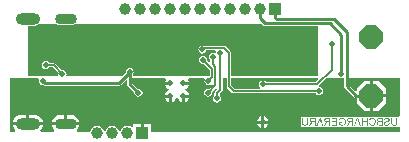
<source format=gbl>
G04*
G04 #@! TF.GenerationSoftware,Altium Limited,Altium Designer,18.1.7 (191)*
G04*
G04 Layer_Physical_Order=2*
G04 Layer_Color=16711680*
%FSLAX25Y25*%
%MOIN*%
G70*
G01*
G75*
%ADD10C,0.00787*%
%ADD11C,0.00984*%
%ADD53C,0.00800*%
%ADD54P,0.08523X8X292.5*%
%ADD55O,0.08071X0.04035*%
%ADD56O,0.07284X0.03642*%
%ADD57R,0.03937X0.03937*%
%ADD58C,0.03937*%
%ADD59C,0.01968*%
G36*
X112779Y50082D02*
X112779Y50082D01*
X113057Y49896D01*
X113386Y49830D01*
X131004D01*
X131004Y32972D01*
X102143D01*
Y40748D01*
X102084Y41041D01*
X101919Y41289D01*
X100281Y42927D01*
X100033Y43092D01*
X99740Y43150D01*
X93093D01*
X93040Y43186D01*
X92520Y43290D01*
X91999Y43186D01*
X91558Y42891D01*
X91263Y42450D01*
X91159Y41929D01*
X91263Y41409D01*
X91558Y40967D01*
X91999Y40672D01*
X92520Y40569D01*
X93040Y40672D01*
X93482Y40967D01*
X93777Y41409D01*
X93819Y41621D01*
X96838D01*
X97161Y41200D01*
X97086Y40824D01*
X96633Y40626D01*
X96485Y40725D01*
X95965Y40829D01*
X95444Y40725D01*
X95003Y40430D01*
X94708Y39989D01*
X94604Y39469D01*
X94708Y38948D01*
X95003Y38507D01*
X95200Y38375D01*
Y37814D01*
X94738Y37623D01*
X94129Y38232D01*
X94175Y38465D01*
X94072Y38985D01*
X93777Y39426D01*
X93336Y39721D01*
X92815Y39825D01*
X92294Y39721D01*
X91853Y39426D01*
X91558Y38985D01*
X91455Y38465D01*
X91558Y37944D01*
X91853Y37503D01*
X92294Y37208D01*
X92815Y37104D01*
X93048Y37150D01*
X95003Y35195D01*
Y32994D01*
X94981Y32972D01*
X69546D01*
X69420Y33162D01*
X69325Y33472D01*
X69564Y33830D01*
X69668Y34350D01*
X69564Y34871D01*
X69269Y35312D01*
X68828Y35607D01*
X68307Y35711D01*
X67787Y35607D01*
X67345Y35312D01*
X67050Y34871D01*
X66947Y34350D01*
X66971Y34229D01*
X65715Y32972D01*
X47584D01*
X47233Y33472D01*
X47282Y33716D01*
X47178Y34237D01*
X46883Y34679D01*
X46442Y34973D01*
X45921Y35077D01*
X45681Y35029D01*
X43505Y37205D01*
X43259Y37370D01*
X42968Y37428D01*
X41496D01*
X41360Y37631D01*
X40918Y37926D01*
X40398Y38030D01*
X39877Y37926D01*
X39436Y37631D01*
X39141Y37190D01*
X39037Y36669D01*
X39141Y36149D01*
X39436Y35707D01*
X39877Y35412D01*
X40398Y35309D01*
X40918Y35412D01*
X41360Y35707D01*
X41496Y35911D01*
X42654D01*
X44609Y33957D01*
X44561Y33716D01*
X44609Y33472D01*
X44258Y32972D01*
X34350D01*
X34350Y49806D01*
X36380D01*
X37304Y49990D01*
X37760Y50295D01*
X44114D01*
X44293Y50176D01*
X45140Y50007D01*
X48781D01*
X49628Y50176D01*
X49808Y50295D01*
X112565D01*
X112779Y50082D01*
D02*
G37*
G36*
X131232Y31920D02*
X130392Y31080D01*
X113791D01*
X113659Y31277D01*
X113217Y31572D01*
X112697Y31675D01*
X112176Y31572D01*
X111735Y31277D01*
X111440Y30836D01*
X111337Y30315D01*
X111440Y29794D01*
X111735Y29353D01*
X111791Y29316D01*
X111639Y28816D01*
X103270D01*
X102143Y29943D01*
Y32382D01*
X131041D01*
X131232Y31920D01*
D02*
G37*
G36*
X158268Y19602D02*
X157768Y19451D01*
X125421D01*
Y16146D01*
X157768D01*
X157830Y16146D01*
X158268Y15995D01*
Y14567D01*
X75488D01*
Y17142D01*
X73020D01*
Y14173D01*
X72020D01*
Y17142D01*
X69551D01*
Y16138D01*
X69051Y15938D01*
X68424Y16357D01*
X67520Y16537D01*
X66615Y16357D01*
X65848Y15845D01*
X65336Y15078D01*
X65275Y14771D01*
X64765D01*
X64704Y15078D01*
X64191Y15845D01*
X63424Y16357D01*
X62520Y16537D01*
X61615Y16357D01*
X60848Y15845D01*
X60336Y15078D01*
X60275Y14771D01*
X59765D01*
X59704Y15078D01*
X59191Y15845D01*
X58424Y16357D01*
X57520Y16537D01*
X56615Y16357D01*
X55848Y15845D01*
X55336Y15078D01*
X55234Y14567D01*
X50830D01*
X50660Y15067D01*
X50793Y15169D01*
X51245Y15758D01*
X51530Y16445D01*
X51561Y16681D01*
X42360D01*
X42391Y16445D01*
X42676Y15758D01*
X43128Y15169D01*
X43261Y15067D01*
X43091Y14567D01*
X38689D01*
X38614Y14786D01*
X38561Y15067D01*
X39016Y15659D01*
X39320Y16393D01*
X39358Y16681D01*
X29367D01*
X29404Y16393D01*
X29708Y15659D01*
X30163Y15067D01*
X30110Y14786D01*
X30035Y14567D01*
X28543D01*
X28346Y14764D01*
X28346Y32382D01*
X37802D01*
X38086Y31882D01*
X38010Y31496D01*
X38113Y30975D01*
X38408Y30534D01*
X38849Y30239D01*
X39370Y30136D01*
X39492Y30160D01*
X39550Y30101D01*
X39550Y30101D01*
X39829Y29915D01*
X40157Y29850D01*
X40157Y29850D01*
X64665D01*
X64665Y29850D01*
X64994Y29915D01*
X65272Y30101D01*
X66987Y31816D01*
X67449Y31624D01*
Y30512D01*
X67449Y30512D01*
X67514Y30183D01*
X67700Y29905D01*
X69924Y27681D01*
X69899Y27559D01*
X70003Y27038D01*
X70298Y26597D01*
X70739Y26302D01*
X71260Y26199D01*
X71780Y26302D01*
X72222Y26597D01*
X72517Y27038D01*
X72620Y27559D01*
X72517Y28080D01*
X72222Y28521D01*
X71780Y28816D01*
X71260Y28920D01*
X71138Y28895D01*
X69166Y30867D01*
Y32382D01*
X80020D01*
X80287Y31882D01*
X80021Y31483D01*
X79966Y31209D01*
X81890D01*
Y30209D01*
X79966D01*
X80021Y29934D01*
X80459Y29278D01*
X81116Y28840D01*
X81323Y28798D01*
Y28288D01*
X81116Y28247D01*
X80459Y27808D01*
X80021Y27152D01*
X79966Y26878D01*
X81890D01*
Y26378D01*
X82390D01*
Y24454D01*
X82664Y24509D01*
X83320Y24947D01*
X83759Y25604D01*
X83800Y25812D01*
X84310D01*
X84351Y25604D01*
X84790Y24947D01*
X85446Y24509D01*
X85720Y24454D01*
Y26378D01*
X86221D01*
Y26878D01*
X88144D01*
X88090Y27152D01*
X87651Y27808D01*
X86995Y28247D01*
X86787Y28288D01*
Y28798D01*
X86995Y28840D01*
X87651Y29278D01*
X88090Y29934D01*
X88144Y30209D01*
X86221D01*
Y31209D01*
X88144D01*
X88090Y31483D01*
X87823Y31882D01*
X88090Y32382D01*
X93018D01*
X93303Y31882D01*
X93226Y31496D01*
X93330Y30975D01*
X93625Y30534D01*
X94066Y30239D01*
X94587Y30136D01*
X95107Y30239D01*
X95338Y30394D01*
X95883Y30227D01*
X95899Y30213D01*
X95931Y30084D01*
X94721Y28873D01*
X94488Y28920D01*
X93968Y28816D01*
X93526Y28521D01*
X93231Y28080D01*
X93128Y27559D01*
X93231Y27038D01*
X93526Y26597D01*
X93968Y26302D01*
X94488Y26199D01*
X95009Y26302D01*
X95450Y26597D01*
X95745Y27038D01*
X95849Y27559D01*
X95802Y27792D01*
X97015Y29004D01*
X97546Y28828D01*
X97581Y28584D01*
X96802Y27804D01*
X96636Y27556D01*
X96578Y27264D01*
Y26684D01*
X96381Y26553D01*
X96086Y26111D01*
X95982Y25591D01*
X96086Y25070D01*
X96381Y24629D01*
X96822Y24334D01*
X97342Y24230D01*
X97863Y24334D01*
X98304Y24629D01*
X98599Y25070D01*
X98703Y25591D01*
X98599Y26111D01*
X98304Y26553D01*
X98281Y27121D01*
X99069Y27909D01*
X99069Y27909D01*
X99235Y28157D01*
X99293Y28450D01*
X99293Y28450D01*
Y32382D01*
X100613D01*
Y29626D01*
X100672Y29333D01*
X100837Y29085D01*
X102412Y27510D01*
X102660Y27345D01*
X102953Y27286D01*
X102953Y27286D01*
X130304D01*
X130436Y27089D01*
X130877Y26794D01*
X131398Y26691D01*
X131918Y26794D01*
X132360Y27089D01*
X132655Y27531D01*
X132758Y28051D01*
X132655Y28572D01*
X132360Y29013D01*
X131918Y29308D01*
X131543Y29383D01*
X131505Y29434D01*
X131370Y29811D01*
X131364Y29889D01*
X133857Y32382D01*
X139747D01*
Y29670D01*
X139747Y29670D01*
X139813Y29341D01*
X139999Y29063D01*
X143192Y25869D01*
X143192Y25869D01*
X143471Y25683D01*
X143799Y25618D01*
X143980D01*
Y24008D01*
X146449Y21539D01*
X148417D01*
Y26476D01*
Y31413D01*
X146449D01*
X143980Y28945D01*
Y28163D01*
X143518Y27972D01*
X141464Y30025D01*
Y32382D01*
X158268D01*
X158268Y19602D01*
D02*
G37*
G36*
X147693Y16537D02*
X147360D01*
Y17725D01*
X146053D01*
Y16537D01*
X145720D01*
Y19057D01*
X146053D01*
Y18022D01*
X147360D01*
Y19057D01*
X147693D01*
Y16537D01*
D02*
G37*
G36*
X157480Y17602D02*
Y17528D01*
X157475Y17460D01*
X157472Y17394D01*
X157464Y17334D01*
X157458Y17277D01*
X157450Y17225D01*
X157442Y17179D01*
X157431Y17135D01*
X157423Y17097D01*
X157415Y17064D01*
X157407Y17034D01*
X157398Y17012D01*
X157393Y16993D01*
X157387Y16979D01*
X157385Y16971D01*
Y16969D01*
X157366Y16928D01*
X157344Y16887D01*
X157295Y16816D01*
X157243Y16756D01*
X157188Y16706D01*
X157164Y16685D01*
X157142Y16668D01*
X157120Y16652D01*
X157101Y16638D01*
X157087Y16630D01*
X157076Y16622D01*
X157068Y16619D01*
X157065Y16616D01*
X157022Y16594D01*
X156975Y16578D01*
X156880Y16548D01*
X156781Y16526D01*
X156689Y16513D01*
X156648Y16507D01*
X156607Y16502D01*
X156574Y16499D01*
X156544D01*
X156519Y16496D01*
X156484D01*
X156418Y16499D01*
X156356Y16502D01*
X156296Y16510D01*
X156238Y16518D01*
X156186Y16529D01*
X156137Y16540D01*
X156094Y16554D01*
X156055Y16567D01*
X156017Y16578D01*
X155987Y16592D01*
X155960Y16603D01*
X155938Y16614D01*
X155919Y16622D01*
X155908Y16630D01*
X155900Y16633D01*
X155897Y16635D01*
X155856Y16663D01*
X155818Y16690D01*
X155785Y16720D01*
X155752Y16750D01*
X155725Y16780D01*
X155698Y16813D01*
X155676Y16840D01*
X155657Y16870D01*
X155624Y16919D01*
X155613Y16941D01*
X155602Y16960D01*
X155594Y16977D01*
X155588Y16988D01*
X155586Y16996D01*
Y16998D01*
X155569Y17042D01*
X155556Y17089D01*
X155534Y17187D01*
X155520Y17288D01*
X155509Y17383D01*
X155507Y17430D01*
X155504Y17471D01*
X155501Y17506D01*
X155498Y17539D01*
Y17566D01*
Y17585D01*
Y17596D01*
Y17602D01*
Y19057D01*
X155831D01*
Y17602D01*
X155834Y17517D01*
X155837Y17438D01*
X155845Y17367D01*
X155856Y17302D01*
X155867Y17244D01*
X155880Y17192D01*
X155897Y17146D01*
X155911Y17105D01*
X155924Y17070D01*
X155941Y17040D01*
X155954Y17015D01*
X155965Y16996D01*
X155976Y16982D01*
X155982Y16971D01*
X155987Y16966D01*
X155990Y16963D01*
X156023Y16933D01*
X156058Y16908D01*
X156096Y16887D01*
X156137Y16868D01*
X156181Y16851D01*
X156225Y16838D01*
X156309Y16818D01*
X156350Y16810D01*
X156388Y16805D01*
X156424Y16802D01*
X156454Y16799D01*
X156478Y16796D01*
X156514D01*
X156590Y16799D01*
X156661Y16810D01*
X156724Y16824D01*
X156779Y16838D01*
X156800Y16846D01*
X156820Y16854D01*
X156839Y16859D01*
X156852Y16865D01*
X156863Y16870D01*
X156871Y16876D01*
X156877Y16878D01*
X156880D01*
X156932Y16914D01*
X156975Y16952D01*
X157011Y16990D01*
X157038Y17031D01*
X157060Y17064D01*
X157076Y17094D01*
X157082Y17105D01*
X157085Y17113D01*
X157087Y17116D01*
Y17119D01*
X157098Y17149D01*
X157106Y17184D01*
X157123Y17261D01*
X157134Y17340D01*
X157139Y17419D01*
X157142Y17454D01*
X157144Y17490D01*
Y17520D01*
X157147Y17547D01*
Y17572D01*
Y17588D01*
Y17599D01*
Y17602D01*
Y19057D01*
X157480D01*
Y17602D01*
D02*
G37*
G36*
X127753Y17602D02*
Y17528D01*
X127748Y17460D01*
X127745Y17394D01*
X127737Y17334D01*
X127732Y17277D01*
X127723Y17225D01*
X127715Y17179D01*
X127704Y17135D01*
X127696Y17097D01*
X127688Y17064D01*
X127680Y17034D01*
X127671Y17012D01*
X127666Y16993D01*
X127661Y16979D01*
X127658Y16971D01*
Y16969D01*
X127639Y16928D01*
X127617Y16887D01*
X127568Y16816D01*
X127516Y16756D01*
X127461Y16706D01*
X127437Y16685D01*
X127415Y16668D01*
X127393Y16652D01*
X127374Y16638D01*
X127360Y16630D01*
X127349Y16622D01*
X127341Y16619D01*
X127338Y16616D01*
X127295Y16594D01*
X127248Y16578D01*
X127153Y16548D01*
X127055Y16526D01*
X126962Y16513D01*
X126921Y16507D01*
X126880Y16502D01*
X126847Y16499D01*
X126817D01*
X126792Y16496D01*
X126757D01*
X126691Y16499D01*
X126629Y16502D01*
X126568Y16510D01*
X126511Y16518D01*
X126459Y16529D01*
X126410Y16540D01*
X126366Y16554D01*
X126328Y16567D01*
X126290Y16578D01*
X126260Y16592D01*
X126233Y16603D01*
X126211Y16614D01*
X126192Y16622D01*
X126181Y16630D01*
X126173Y16633D01*
X126170Y16635D01*
X126129Y16663D01*
X126091Y16690D01*
X126058Y16720D01*
X126025Y16750D01*
X125998Y16780D01*
X125971Y16813D01*
X125949Y16840D01*
X125930Y16870D01*
X125897Y16919D01*
X125886Y16941D01*
X125875Y16960D01*
X125867Y16977D01*
X125861Y16988D01*
X125859Y16996D01*
Y16998D01*
X125842Y17042D01*
X125829Y17089D01*
X125807Y17187D01*
X125793Y17288D01*
X125782Y17383D01*
X125779Y17430D01*
X125777Y17471D01*
X125774Y17506D01*
X125771Y17539D01*
Y17566D01*
Y17585D01*
Y17596D01*
Y17602D01*
Y19057D01*
X126104D01*
Y17602D01*
X126107Y17517D01*
X126110Y17438D01*
X126118Y17367D01*
X126129Y17301D01*
X126140Y17244D01*
X126154Y17192D01*
X126170Y17146D01*
X126184Y17105D01*
X126197Y17070D01*
X126214Y17040D01*
X126227Y17015D01*
X126238Y16996D01*
X126249Y16982D01*
X126255Y16971D01*
X126260Y16966D01*
X126263Y16963D01*
X126295Y16933D01*
X126331Y16908D01*
X126369Y16887D01*
X126410Y16868D01*
X126454Y16851D01*
X126497Y16837D01*
X126582Y16818D01*
X126623Y16810D01*
X126661Y16805D01*
X126697Y16802D01*
X126727Y16799D01*
X126751Y16796D01*
X126787D01*
X126863Y16799D01*
X126934Y16810D01*
X126997Y16824D01*
X127052Y16837D01*
X127074Y16846D01*
X127093Y16854D01*
X127112Y16859D01*
X127125Y16865D01*
X127136Y16870D01*
X127145Y16876D01*
X127150Y16878D01*
X127153D01*
X127205Y16914D01*
X127248Y16952D01*
X127284Y16990D01*
X127311Y17031D01*
X127333Y17064D01*
X127349Y17094D01*
X127355Y17105D01*
X127357Y17113D01*
X127360Y17116D01*
Y17119D01*
X127371Y17149D01*
X127379Y17184D01*
X127396Y17261D01*
X127407Y17340D01*
X127412Y17419D01*
X127415Y17454D01*
X127418Y17490D01*
Y17520D01*
X127420Y17547D01*
Y17572D01*
Y17588D01*
Y17599D01*
Y17602D01*
Y19057D01*
X127753D01*
Y17602D01*
D02*
G37*
G36*
X139167Y19098D02*
X139236Y19095D01*
X139301Y19087D01*
X139361Y19076D01*
X139421Y19065D01*
X139476Y19051D01*
X139528Y19038D01*
X139574Y19024D01*
X139615Y19008D01*
X139653Y18994D01*
X139686Y18981D01*
X139714Y18970D01*
X139735Y18959D01*
X139752Y18950D01*
X139763Y18948D01*
X139765Y18945D01*
X139817Y18915D01*
X139866Y18880D01*
X139913Y18844D01*
X139954Y18806D01*
X139995Y18765D01*
X140030Y18727D01*
X140063Y18688D01*
X140093Y18650D01*
X140118Y18612D01*
X140142Y18579D01*
X140161Y18549D01*
X140178Y18522D01*
X140189Y18500D01*
X140197Y18484D01*
X140202Y18473D01*
X140205Y18470D01*
X140232Y18410D01*
X140254Y18350D01*
X140276Y18290D01*
X140292Y18230D01*
X140320Y18115D01*
X140330Y18060D01*
X140339Y18009D01*
X140344Y17962D01*
X140350Y17919D01*
X140352Y17880D01*
X140355Y17848D01*
X140358Y17820D01*
Y17801D01*
Y17790D01*
Y17785D01*
X140355Y17717D01*
X140352Y17648D01*
X140344Y17585D01*
X140333Y17523D01*
X140322Y17465D01*
X140309Y17408D01*
X140295Y17356D01*
X140281Y17310D01*
X140268Y17266D01*
X140254Y17228D01*
X140240Y17195D01*
X140229Y17165D01*
X140218Y17143D01*
X140210Y17127D01*
X140208Y17116D01*
X140205Y17113D01*
X140175Y17059D01*
X140139Y17007D01*
X140104Y16960D01*
X140068Y16914D01*
X140030Y16873D01*
X139992Y16838D01*
X139954Y16802D01*
X139918Y16772D01*
X139883Y16745D01*
X139850Y16720D01*
X139820Y16701D01*
X139795Y16685D01*
X139776Y16671D01*
X139760Y16663D01*
X139749Y16657D01*
X139746Y16655D01*
X139689Y16627D01*
X139629Y16603D01*
X139571Y16581D01*
X139514Y16564D01*
X139454Y16548D01*
X139400Y16534D01*
X139345Y16523D01*
X139296Y16515D01*
X139249Y16510D01*
X139206Y16504D01*
X139167Y16502D01*
X139135Y16499D01*
X139107Y16496D01*
X139072D01*
X138971Y16502D01*
X138873Y16513D01*
X138783Y16526D01*
X138742Y16537D01*
X138701Y16545D01*
X138665Y16554D01*
X138635Y16564D01*
X138605Y16573D01*
X138583Y16578D01*
X138561Y16586D01*
X138548Y16589D01*
X138540Y16594D01*
X138537D01*
X138439Y16635D01*
X138346Y16682D01*
X138261Y16731D01*
X138220Y16756D01*
X138185Y16777D01*
X138152Y16799D01*
X138122Y16821D01*
X138095Y16838D01*
X138073Y16854D01*
X138054Y16868D01*
X138040Y16878D01*
X138032Y16884D01*
X138029Y16887D01*
Y17823D01*
X139096D01*
Y17525D01*
X138357D01*
Y17053D01*
X138400Y17018D01*
X138450Y16988D01*
X138501Y16958D01*
X138553Y16930D01*
X138600Y16908D01*
X138619Y16897D01*
X138635Y16889D01*
X138652Y16884D01*
X138662Y16878D01*
X138668Y16876D01*
X138671D01*
X138747Y16848D01*
X138823Y16829D01*
X138894Y16813D01*
X138957Y16805D01*
X138987Y16802D01*
X139012Y16799D01*
X139034Y16796D01*
X139053D01*
X139069Y16794D01*
X139091D01*
X139184Y16799D01*
X139271Y16810D01*
X139350Y16829D01*
X139389Y16838D01*
X139421Y16848D01*
X139451Y16859D01*
X139479Y16868D01*
X139503Y16878D01*
X139525Y16887D01*
X139541Y16892D01*
X139552Y16897D01*
X139561Y16903D01*
X139563D01*
X139604Y16925D01*
X139643Y16949D01*
X139708Y17001D01*
X139765Y17059D01*
X139814Y17113D01*
X139850Y17162D01*
X139866Y17184D01*
X139877Y17200D01*
X139888Y17217D01*
X139894Y17228D01*
X139896Y17236D01*
X139899Y17239D01*
X139937Y17329D01*
X139965Y17424D01*
X139987Y17517D01*
X140000Y17607D01*
X140003Y17648D01*
X140008Y17686D01*
X140011Y17719D01*
Y17749D01*
X140014Y17771D01*
Y17790D01*
Y17801D01*
Y17804D01*
X140008Y17905D01*
X139997Y18000D01*
X139984Y18085D01*
X139976Y18126D01*
X139965Y18161D01*
X139956Y18194D01*
X139948Y18224D01*
X139940Y18249D01*
X139932Y18271D01*
X139926Y18290D01*
X139921Y18301D01*
X139918Y18309D01*
Y18312D01*
X139896Y18361D01*
X139872Y18407D01*
X139845Y18451D01*
X139820Y18486D01*
X139798Y18516D01*
X139779Y18541D01*
X139768Y18555D01*
X139763Y18560D01*
X139722Y18601D01*
X139675Y18636D01*
X139632Y18669D01*
X139588Y18697D01*
X139550Y18718D01*
X139520Y18732D01*
X139509Y18737D01*
X139500Y18743D01*
X139495Y18746D01*
X139492D01*
X139427Y18770D01*
X139361Y18787D01*
X139293Y18800D01*
X139233Y18809D01*
X139203Y18811D01*
X139178Y18814D01*
X139154D01*
X139135Y18817D01*
X139096D01*
X139028Y18814D01*
X138963Y18806D01*
X138905Y18795D01*
X138854Y18784D01*
X138813Y18770D01*
X138794Y18765D01*
X138780Y18759D01*
X138769Y18754D01*
X138761Y18751D01*
X138755Y18748D01*
X138752D01*
X138698Y18721D01*
X138649Y18694D01*
X138608Y18664D01*
X138572Y18636D01*
X138548Y18609D01*
X138529Y18590D01*
X138515Y18576D01*
X138512Y18571D01*
X138482Y18527D01*
X138455Y18478D01*
X138430Y18429D01*
X138409Y18380D01*
X138392Y18336D01*
X138387Y18317D01*
X138381Y18304D01*
X138376Y18290D01*
X138373Y18279D01*
X138370Y18273D01*
Y18271D01*
X138067Y18353D01*
X138095Y18443D01*
X138125Y18525D01*
X138141Y18560D01*
X138157Y18596D01*
X138171Y18626D01*
X138187Y18653D01*
X138201Y18680D01*
X138215Y18702D01*
X138228Y18721D01*
X138236Y18737D01*
X138248Y18748D01*
X138253Y18757D01*
X138256Y18762D01*
X138258Y18765D01*
X138310Y18822D01*
X138365Y18871D01*
X138422Y18912D01*
X138479Y18948D01*
X138529Y18975D01*
X138550Y18986D01*
X138570Y18994D01*
X138583Y19002D01*
X138594Y19008D01*
X138602Y19011D01*
X138605D01*
X138690Y19041D01*
X138774Y19062D01*
X138859Y19079D01*
X138935Y19090D01*
X138971Y19092D01*
X139001Y19095D01*
X139028Y19098D01*
X139053Y19101D01*
X139099D01*
X139167Y19098D01*
D02*
G37*
G36*
X149219D02*
X149279Y19095D01*
X149391Y19076D01*
X149446Y19065D01*
X149495Y19051D01*
X149544Y19038D01*
X149588Y19024D01*
X149626Y19011D01*
X149662Y18997D01*
X149694Y18983D01*
X149719Y18972D01*
X149741Y18961D01*
X149754Y18953D01*
X149765Y18950D01*
X149768Y18948D01*
X149817Y18918D01*
X149866Y18885D01*
X149910Y18849D01*
X149951Y18814D01*
X149989Y18776D01*
X150025Y18740D01*
X150055Y18702D01*
X150085Y18669D01*
X150109Y18634D01*
X150131Y18604D01*
X150150Y18576D01*
X150167Y18552D01*
X150178Y18530D01*
X150186Y18516D01*
X150191Y18506D01*
X150194Y18503D01*
X150221Y18448D01*
X150243Y18388D01*
X150262Y18331D01*
X150281Y18273D01*
X150309Y18156D01*
X150317Y18101D01*
X150325Y18050D01*
X150330Y18000D01*
X150336Y17957D01*
X150339Y17916D01*
X150341Y17880D01*
X150344Y17853D01*
Y17831D01*
Y17820D01*
Y17815D01*
X150341Y17749D01*
X150339Y17684D01*
X150322Y17558D01*
X150314Y17498D01*
X150303Y17444D01*
X150289Y17392D01*
X150279Y17343D01*
X150265Y17299D01*
X150254Y17258D01*
X150243Y17225D01*
X150232Y17195D01*
X150224Y17173D01*
X150218Y17154D01*
X150216Y17143D01*
X150213Y17141D01*
X150186Y17083D01*
X150158Y17029D01*
X150128Y16979D01*
X150096Y16933D01*
X150063Y16889D01*
X150033Y16851D01*
X150000Y16816D01*
X149970Y16783D01*
X149940Y16753D01*
X149913Y16728D01*
X149888Y16709D01*
X149866Y16690D01*
X149850Y16676D01*
X149836Y16668D01*
X149828Y16663D01*
X149825Y16660D01*
X149776Y16630D01*
X149724Y16605D01*
X149670Y16584D01*
X149612Y16564D01*
X149558Y16551D01*
X149503Y16537D01*
X149449Y16526D01*
X149397Y16518D01*
X149348Y16510D01*
X149304Y16504D01*
X149263Y16502D01*
X149230Y16499D01*
X149200Y16496D01*
X149162D01*
X149088Y16499D01*
X149020Y16504D01*
X148954Y16515D01*
X148892Y16529D01*
X148832Y16545D01*
X148777Y16564D01*
X148728Y16584D01*
X148681Y16603D01*
X148638Y16622D01*
X148602Y16641D01*
X148570Y16660D01*
X148545Y16676D01*
X148523Y16690D01*
X148510Y16701D01*
X148499Y16706D01*
X148496Y16709D01*
X148447Y16753D01*
X148400Y16799D01*
X148359Y16848D01*
X148321Y16897D01*
X148286Y16949D01*
X148256Y17004D01*
X148228Y17053D01*
X148204Y17105D01*
X148182Y17151D01*
X148166Y17195D01*
X148149Y17236D01*
X148138Y17269D01*
X148127Y17299D01*
X148122Y17318D01*
X148116Y17332D01*
Y17337D01*
X148450Y17422D01*
X148463Y17364D01*
X148482Y17310D01*
X148501Y17258D01*
X148521Y17211D01*
X148542Y17168D01*
X148564Y17130D01*
X148586Y17094D01*
X148608Y17061D01*
X148630Y17034D01*
X148649Y17009D01*
X148668Y16988D01*
X148681Y16971D01*
X148695Y16958D01*
X148706Y16949D01*
X148712Y16944D01*
X148714Y16941D01*
X148752Y16914D01*
X148791Y16889D01*
X148829Y16868D01*
X148870Y16848D01*
X148911Y16832D01*
X148949Y16818D01*
X149025Y16799D01*
X149058Y16794D01*
X149091Y16788D01*
X149118Y16786D01*
X149143Y16783D01*
X149162Y16780D01*
X149189D01*
X149233Y16783D01*
X149274Y16786D01*
X149353Y16799D01*
X149427Y16818D01*
X149490Y16840D01*
X149517Y16851D01*
X149541Y16859D01*
X149563Y16870D01*
X149582Y16878D01*
X149599Y16887D01*
X149610Y16892D01*
X149615Y16897D01*
X149618D01*
X149653Y16922D01*
X149686Y16947D01*
X149746Y17004D01*
X149795Y17061D01*
X149836Y17121D01*
X149866Y17173D01*
X149880Y17195D01*
X149891Y17217D01*
X149896Y17233D01*
X149902Y17244D01*
X149907Y17252D01*
Y17255D01*
X149937Y17348D01*
X149962Y17444D01*
X149978Y17539D01*
X149984Y17583D01*
X149989Y17626D01*
X149992Y17667D01*
X149995Y17703D01*
X149997Y17736D01*
Y17763D01*
X150000Y17787D01*
Y17804D01*
Y17815D01*
Y17818D01*
X149997Y17910D01*
X149989Y17998D01*
X149976Y18080D01*
X149970Y18118D01*
X149962Y18153D01*
X149954Y18183D01*
X149948Y18213D01*
X149940Y18238D01*
X149935Y18260D01*
X149932Y18276D01*
X149926Y18290D01*
X149924Y18298D01*
Y18301D01*
X149888Y18385D01*
X149847Y18459D01*
X149803Y18522D01*
X149779Y18549D01*
X149757Y18576D01*
X149735Y18598D01*
X149716Y18617D01*
X149697Y18636D01*
X149683Y18650D01*
X149670Y18661D01*
X149659Y18669D01*
X149653Y18672D01*
X149651Y18675D01*
X149612Y18699D01*
X149574Y18721D01*
X149533Y18740D01*
X149492Y18757D01*
X149410Y18781D01*
X149331Y18800D01*
X149299Y18806D01*
X149266Y18809D01*
X149236Y18811D01*
X149211Y18814D01*
X149189Y18817D01*
X149116D01*
X149072Y18811D01*
X148990Y18798D01*
X148919Y18776D01*
X148889Y18765D01*
X148859Y18754D01*
X148832Y18743D01*
X148810Y18732D01*
X148791Y18721D01*
X148774Y18710D01*
X148761Y18702D01*
X148752Y18697D01*
X148747Y18694D01*
X148744Y18691D01*
X148714Y18667D01*
X148684Y18639D01*
X148635Y18576D01*
X148589Y18508D01*
X148553Y18443D01*
X148526Y18383D01*
X148512Y18358D01*
X148504Y18336D01*
X148496Y18317D01*
X148493Y18301D01*
X148488Y18293D01*
Y18290D01*
X148160Y18366D01*
X148182Y18429D01*
X148206Y18489D01*
X148231Y18546D01*
X148261Y18598D01*
X148288Y18647D01*
X148318Y18691D01*
X148348Y18732D01*
X148379Y18768D01*
X148408Y18800D01*
X148433Y18828D01*
X148458Y18852D01*
X148479Y18871D01*
X148496Y18888D01*
X148510Y18899D01*
X148518Y18904D01*
X148521Y18907D01*
X148570Y18942D01*
X148621Y18970D01*
X148673Y18997D01*
X148728Y19019D01*
X148783Y19038D01*
X148834Y19054D01*
X148886Y19065D01*
X148935Y19076D01*
X148982Y19084D01*
X149023Y19090D01*
X149061Y19095D01*
X149094Y19098D01*
X149121Y19101D01*
X149156D01*
X149219Y19098D01*
D02*
G37*
G36*
X152610Y16537D02*
X151652D01*
X151564Y16540D01*
X151485Y16543D01*
X151417Y16551D01*
X151384Y16554D01*
X151357Y16559D01*
X151332Y16562D01*
X151311Y16564D01*
X151291Y16570D01*
X151275Y16573D01*
X151261Y16575D01*
X151253D01*
X151248Y16578D01*
X151245D01*
X151185Y16594D01*
X151130Y16614D01*
X151084Y16635D01*
X151046Y16655D01*
X151013Y16674D01*
X150988Y16687D01*
X150975Y16698D01*
X150969Y16701D01*
X150928Y16736D01*
X150893Y16775D01*
X150860Y16813D01*
X150836Y16851D01*
X150814Y16884D01*
X150797Y16911D01*
X150792Y16922D01*
X150786Y16930D01*
X150784Y16933D01*
Y16936D01*
X150759Y16993D01*
X150740Y17053D01*
X150726Y17108D01*
X150715Y17160D01*
X150710Y17203D01*
Y17220D01*
X150707Y17236D01*
Y17250D01*
Y17258D01*
Y17263D01*
Y17266D01*
Y17307D01*
X150713Y17345D01*
X150726Y17419D01*
X150748Y17484D01*
X150770Y17539D01*
X150781Y17564D01*
X150792Y17585D01*
X150803Y17605D01*
X150814Y17621D01*
X150822Y17632D01*
X150827Y17640D01*
X150830Y17646D01*
X150833Y17648D01*
X150882Y17706D01*
X150939Y17752D01*
X150997Y17793D01*
X151054Y17823D01*
X151103Y17848D01*
X151125Y17856D01*
X151144Y17864D01*
X151160Y17869D01*
X151171Y17875D01*
X151180Y17878D01*
X151182D01*
X151119Y17913D01*
X151067Y17951D01*
X151021Y17989D01*
X150986Y18025D01*
X150956Y18058D01*
X150936Y18082D01*
X150928Y18093D01*
X150923Y18101D01*
X150920Y18104D01*
Y18107D01*
X150890Y18161D01*
X150868Y18213D01*
X150852Y18265D01*
X150841Y18312D01*
X150836Y18353D01*
X150830Y18383D01*
Y18394D01*
Y18402D01*
Y18407D01*
Y18410D01*
X150836Y18475D01*
X150846Y18535D01*
X150863Y18593D01*
X150879Y18642D01*
X150898Y18683D01*
X150907Y18702D01*
X150915Y18716D01*
X150923Y18727D01*
X150926Y18735D01*
X150931Y18740D01*
Y18743D01*
X150972Y18798D01*
X151016Y18847D01*
X151059Y18888D01*
X151103Y18920D01*
X151144Y18945D01*
X151174Y18964D01*
X151188Y18970D01*
X151196Y18975D01*
X151201Y18978D01*
X151204D01*
X151275Y19005D01*
X151349Y19024D01*
X151428Y19038D01*
X151499Y19046D01*
X151534Y19051D01*
X151564Y19054D01*
X151594D01*
X151619Y19057D01*
X152610D01*
Y16537D01*
D02*
G37*
G36*
X145438D02*
X145086D01*
X144813Y17299D01*
X143754D01*
X143462Y16537D01*
X143082D01*
X144114Y19057D01*
X144475D01*
X145438Y16537D01*
D02*
G37*
G36*
X142812D02*
X142479D01*
Y17657D01*
X142050D01*
X142012Y17654D01*
X141979Y17651D01*
X141952D01*
X141933Y17648D01*
X141919Y17646D01*
X141911Y17643D01*
X141908D01*
X141878Y17635D01*
X141851Y17624D01*
X141826Y17613D01*
X141802Y17602D01*
X141783Y17591D01*
X141769Y17583D01*
X141758Y17577D01*
X141755Y17574D01*
X141728Y17555D01*
X141698Y17528D01*
X141668Y17501D01*
X141644Y17473D01*
X141619Y17449D01*
X141603Y17427D01*
X141592Y17413D01*
X141586Y17411D01*
Y17408D01*
X141548Y17359D01*
X141507Y17304D01*
X141469Y17247D01*
X141431Y17190D01*
X141398Y17141D01*
X141382Y17119D01*
X141371Y17099D01*
X141360Y17083D01*
X141351Y17072D01*
X141349Y17064D01*
X141346Y17061D01*
X141013Y16537D01*
X140595D01*
X141032Y17222D01*
X141081Y17293D01*
X141130Y17359D01*
X141177Y17416D01*
X141218Y17465D01*
X141253Y17504D01*
X141270Y17520D01*
X141283Y17534D01*
X141294Y17545D01*
X141302Y17553D01*
X141305Y17555D01*
X141308Y17558D01*
X141335Y17580D01*
X141368Y17605D01*
X141401Y17624D01*
X141433Y17643D01*
X141463Y17659D01*
X141488Y17673D01*
X141504Y17681D01*
X141507Y17684D01*
X141510D01*
X141444Y17695D01*
X141382Y17708D01*
X141324Y17725D01*
X141272Y17741D01*
X141223Y17760D01*
X141180Y17779D01*
X141141Y17798D01*
X141106Y17818D01*
X141073Y17837D01*
X141046Y17856D01*
X141024Y17872D01*
X141005Y17886D01*
X140991Y17899D01*
X140980Y17908D01*
X140975Y17913D01*
X140972Y17916D01*
X140942Y17951D01*
X140915Y17987D01*
X140890Y18025D01*
X140871Y18063D01*
X140855Y18101D01*
X140841Y18140D01*
X140819Y18211D01*
X140811Y18243D01*
X140805Y18273D01*
X140803Y18301D01*
X140800Y18325D01*
X140797Y18342D01*
Y18358D01*
Y18366D01*
Y18369D01*
X140803Y18445D01*
X140814Y18516D01*
X140830Y18579D01*
X140849Y18636D01*
X140860Y18661D01*
X140871Y18683D01*
X140879Y18702D01*
X140887Y18718D01*
X140893Y18732D01*
X140898Y18740D01*
X140904Y18746D01*
Y18748D01*
X140945Y18809D01*
X140991Y18858D01*
X141037Y18901D01*
X141084Y18934D01*
X141122Y18959D01*
X141155Y18975D01*
X141169Y18981D01*
X141177Y18986D01*
X141182Y18989D01*
X141185D01*
X141220Y19000D01*
X141256Y19011D01*
X141338Y19027D01*
X141422Y19041D01*
X141504Y19049D01*
X141545Y19051D01*
X141581Y19054D01*
X141611D01*
X141641Y19057D01*
X142812D01*
Y16537D01*
D02*
G37*
G36*
X137530D02*
X135649D01*
Y16835D01*
X137196D01*
Y17692D01*
X135801D01*
Y17989D01*
X137196D01*
Y18759D01*
X135706D01*
Y19057D01*
X137530D01*
Y16537D01*
D02*
G37*
G36*
X135184D02*
X134851D01*
Y17657D01*
X134423D01*
X134385Y17654D01*
X134352Y17651D01*
X134325D01*
X134305Y17648D01*
X134292Y17646D01*
X134283Y17643D01*
X134281D01*
X134251Y17635D01*
X134223Y17624D01*
X134199Y17613D01*
X134174Y17602D01*
X134155Y17591D01*
X134142Y17583D01*
X134131Y17577D01*
X134128Y17574D01*
X134101Y17555D01*
X134071Y17528D01*
X134040Y17501D01*
X134016Y17473D01*
X133991Y17449D01*
X133975Y17427D01*
X133964Y17413D01*
X133959Y17411D01*
Y17408D01*
X133920Y17359D01*
X133879Y17304D01*
X133841Y17247D01*
X133803Y17190D01*
X133770Y17141D01*
X133754Y17119D01*
X133743Y17099D01*
X133732Y17083D01*
X133724Y17072D01*
X133721Y17064D01*
X133718Y17061D01*
X133385Y16537D01*
X132968D01*
X133404Y17222D01*
X133454Y17293D01*
X133503Y17359D01*
X133549Y17416D01*
X133590Y17465D01*
X133626Y17504D01*
X133642Y17520D01*
X133656Y17534D01*
X133667Y17545D01*
X133675Y17553D01*
X133677Y17555D01*
X133680Y17558D01*
X133707Y17580D01*
X133740Y17605D01*
X133773Y17624D01*
X133806Y17643D01*
X133836Y17659D01*
X133860Y17673D01*
X133877Y17681D01*
X133879Y17684D01*
X133882D01*
X133817Y17695D01*
X133754Y17708D01*
X133697Y17725D01*
X133645Y17741D01*
X133596Y17760D01*
X133552Y17779D01*
X133514Y17798D01*
X133478Y17818D01*
X133445Y17837D01*
X133418Y17856D01*
X133396Y17872D01*
X133377Y17886D01*
X133363Y17899D01*
X133353Y17908D01*
X133347Y17913D01*
X133344Y17916D01*
X133314Y17951D01*
X133287Y17987D01*
X133263Y18025D01*
X133243Y18063D01*
X133227Y18101D01*
X133213Y18140D01*
X133192Y18211D01*
X133183Y18243D01*
X133178Y18273D01*
X133175Y18301D01*
X133172Y18325D01*
X133170Y18342D01*
Y18358D01*
Y18366D01*
Y18369D01*
X133175Y18445D01*
X133186Y18516D01*
X133202Y18579D01*
X133221Y18636D01*
X133232Y18661D01*
X133243Y18683D01*
X133252Y18702D01*
X133260Y18718D01*
X133265Y18732D01*
X133271Y18740D01*
X133276Y18746D01*
Y18748D01*
X133317Y18809D01*
X133363Y18858D01*
X133410Y18901D01*
X133456Y18934D01*
X133494Y18959D01*
X133527Y18975D01*
X133541Y18981D01*
X133549Y18986D01*
X133555Y18989D01*
X133557D01*
X133593Y19000D01*
X133628Y19011D01*
X133710Y19027D01*
X133795Y19041D01*
X133877Y19049D01*
X133918Y19051D01*
X133953Y19054D01*
X133983D01*
X134013Y19057D01*
X135184D01*
Y16537D01*
D02*
G37*
G36*
X132921D02*
X132569D01*
X132296Y17299D01*
X131237D01*
X130945Y16537D01*
X130565D01*
X131597Y19057D01*
X131957D01*
X132921Y16537D01*
D02*
G37*
G36*
X130295D02*
X129962D01*
Y17657D01*
X129533D01*
X129495Y17654D01*
X129462Y17651D01*
X129435D01*
X129416Y17648D01*
X129402Y17646D01*
X129394Y17643D01*
X129391D01*
X129361Y17635D01*
X129334Y17624D01*
X129309Y17613D01*
X129285Y17602D01*
X129266Y17591D01*
X129252Y17583D01*
X129241Y17577D01*
X129238Y17574D01*
X129211Y17555D01*
X129181Y17528D01*
X129151Y17501D01*
X129127Y17473D01*
X129102Y17449D01*
X129086Y17427D01*
X129075Y17413D01*
X129069Y17411D01*
Y17408D01*
X129031Y17359D01*
X128990Y17304D01*
X128952Y17247D01*
X128914Y17190D01*
X128881Y17141D01*
X128865Y17119D01*
X128853Y17099D01*
X128843Y17083D01*
X128834Y17072D01*
X128832Y17064D01*
X128829Y17061D01*
X128496Y16537D01*
X128078D01*
X128515Y17222D01*
X128564Y17293D01*
X128613Y17359D01*
X128660Y17416D01*
X128701Y17465D01*
X128736Y17504D01*
X128753Y17520D01*
X128766Y17534D01*
X128777Y17545D01*
X128785Y17553D01*
X128788Y17555D01*
X128791Y17558D01*
X128818Y17580D01*
X128851Y17605D01*
X128884Y17624D01*
X128916Y17643D01*
X128946Y17659D01*
X128971Y17673D01*
X128987Y17681D01*
X128990Y17684D01*
X128993D01*
X128927Y17695D01*
X128865Y17708D01*
X128807Y17725D01*
X128755Y17741D01*
X128706Y17760D01*
X128662Y17779D01*
X128624Y17798D01*
X128589Y17818D01*
X128556Y17837D01*
X128529Y17856D01*
X128507Y17872D01*
X128488Y17886D01*
X128474Y17899D01*
X128463Y17908D01*
X128458Y17913D01*
X128455Y17916D01*
X128425Y17951D01*
X128398Y17987D01*
X128373Y18025D01*
X128354Y18063D01*
X128338Y18101D01*
X128324Y18140D01*
X128302Y18211D01*
X128294Y18243D01*
X128288Y18273D01*
X128286Y18301D01*
X128283Y18325D01*
X128280Y18342D01*
Y18358D01*
Y18366D01*
Y18369D01*
X128286Y18445D01*
X128297Y18516D01*
X128313Y18579D01*
X128332Y18636D01*
X128343Y18661D01*
X128354Y18683D01*
X128362Y18702D01*
X128370Y18718D01*
X128376Y18732D01*
X128381Y18740D01*
X128387Y18746D01*
Y18748D01*
X128428Y18809D01*
X128474Y18858D01*
X128521Y18901D01*
X128567Y18934D01*
X128605Y18959D01*
X128638Y18975D01*
X128651Y18981D01*
X128660Y18986D01*
X128665Y18989D01*
X128668D01*
X128703Y19000D01*
X128739Y19011D01*
X128821Y19027D01*
X128905Y19041D01*
X128987Y19049D01*
X129028Y19051D01*
X129064Y19054D01*
X129094D01*
X129124Y19057D01*
X130295D01*
Y16537D01*
D02*
G37*
G36*
X154166Y19098D02*
X154253Y19087D01*
X154330Y19073D01*
X154365Y19065D01*
X154398Y19057D01*
X154428Y19049D01*
X154455Y19041D01*
X154480Y19032D01*
X154499Y19027D01*
X154513Y19021D01*
X154526Y19016D01*
X154532Y19013D01*
X154535D01*
X154608Y18978D01*
X154671Y18937D01*
X154726Y18896D01*
X154769Y18855D01*
X154805Y18817D01*
X154832Y18787D01*
X154840Y18776D01*
X154846Y18768D01*
X154851Y18762D01*
Y18759D01*
X154887Y18697D01*
X154914Y18634D01*
X154930Y18576D01*
X154944Y18522D01*
X154952Y18473D01*
X154955Y18454D01*
Y18437D01*
X154958Y18424D01*
Y18413D01*
Y18407D01*
Y18405D01*
X154955Y18342D01*
X154944Y18282D01*
X154930Y18227D01*
X154914Y18181D01*
X154898Y18142D01*
X154884Y18112D01*
X154879Y18101D01*
X154873Y18093D01*
X154870Y18090D01*
Y18088D01*
X154835Y18039D01*
X154791Y17992D01*
X154748Y17954D01*
X154701Y17919D01*
X154663Y17891D01*
X154630Y17872D01*
X154616Y17867D01*
X154608Y17861D01*
X154603Y17856D01*
X154600D01*
X154573Y17842D01*
X154540Y17828D01*
X154505Y17815D01*
X154466Y17801D01*
X154387Y17774D01*
X154305Y17749D01*
X154267Y17738D01*
X154234Y17727D01*
X154202Y17719D01*
X154172Y17711D01*
X154150Y17706D01*
X154131Y17700D01*
X154120Y17697D01*
X154117D01*
X154054Y17684D01*
X153997Y17667D01*
X153948Y17657D01*
X153901Y17643D01*
X153860Y17632D01*
X153822Y17624D01*
X153792Y17613D01*
X153762Y17605D01*
X153740Y17599D01*
X153718Y17591D01*
X153702Y17585D01*
X153691Y17583D01*
X153680Y17580D01*
X153675Y17577D01*
X153669Y17574D01*
X153615Y17550D01*
X153568Y17525D01*
X153527Y17501D01*
X153497Y17479D01*
X153473Y17457D01*
X153456Y17441D01*
X153445Y17430D01*
X153443Y17427D01*
X153418Y17394D01*
X153402Y17359D01*
X153388Y17323D01*
X153380Y17291D01*
X153374Y17263D01*
X153372Y17239D01*
Y17225D01*
Y17222D01*
Y17220D01*
X153374Y17179D01*
X153383Y17138D01*
X153396Y17102D01*
X153407Y17070D01*
X153421Y17042D01*
X153434Y17020D01*
X153443Y17009D01*
X153445Y17004D01*
X153475Y16969D01*
X153508Y16939D01*
X153546Y16911D01*
X153582Y16889D01*
X153615Y16873D01*
X153639Y16859D01*
X153650Y16854D01*
X153658Y16851D01*
X153661Y16848D01*
X153664D01*
X153718Y16829D01*
X153776Y16816D01*
X153833Y16807D01*
X153885Y16802D01*
X153929Y16796D01*
X153948D01*
X153964Y16794D01*
X153997D01*
X154076Y16796D01*
X154147Y16805D01*
X154215Y16818D01*
X154273Y16832D01*
X154297Y16838D01*
X154319Y16843D01*
X154338Y16851D01*
X154355Y16857D01*
X154368Y16862D01*
X154376Y16865D01*
X154382Y16868D01*
X154385D01*
X154445Y16897D01*
X154496Y16930D01*
X154540Y16960D01*
X154576Y16993D01*
X154603Y17020D01*
X154622Y17042D01*
X154636Y17056D01*
X154638Y17061D01*
X154666Y17110D01*
X154688Y17162D01*
X154704Y17214D01*
X154718Y17263D01*
X154728Y17310D01*
X154731Y17326D01*
X154734Y17343D01*
X154737Y17356D01*
X154739Y17367D01*
Y17372D01*
Y17375D01*
X155053Y17348D01*
X155051Y17302D01*
X155045Y17255D01*
X155029Y17170D01*
X155007Y17091D01*
X154996Y17056D01*
X154982Y17026D01*
X154971Y16996D01*
X154958Y16969D01*
X154947Y16947D01*
X154936Y16928D01*
X154928Y16911D01*
X154922Y16900D01*
X154920Y16895D01*
X154917Y16892D01*
X154865Y16821D01*
X154805Y16761D01*
X154745Y16709D01*
X154688Y16668D01*
X154636Y16635D01*
X154614Y16624D01*
X154595Y16614D01*
X154578Y16605D01*
X154567Y16600D01*
X154559Y16594D01*
X154557D01*
X154464Y16562D01*
X154368Y16537D01*
X154273Y16521D01*
X154183Y16510D01*
X154139Y16504D01*
X154101Y16502D01*
X154068Y16499D01*
X154038D01*
X154013Y16496D01*
X153980D01*
X153882Y16502D01*
X153792Y16513D01*
X153710Y16526D01*
X153672Y16537D01*
X153639Y16545D01*
X153606Y16554D01*
X153579Y16564D01*
X153555Y16573D01*
X153535Y16578D01*
X153519Y16586D01*
X153508Y16589D01*
X153500Y16594D01*
X153497D01*
X153421Y16635D01*
X153355Y16679D01*
X153298Y16725D01*
X153252Y16769D01*
X153213Y16810D01*
X153189Y16840D01*
X153178Y16854D01*
X153172Y16862D01*
X153167Y16868D01*
Y16870D01*
X153145Y16903D01*
X153129Y16939D01*
X153099Y17004D01*
X153077Y17067D01*
X153063Y17124D01*
X153055Y17176D01*
X153052Y17195D01*
Y17214D01*
X153050Y17228D01*
Y17239D01*
Y17244D01*
Y17247D01*
X153055Y17321D01*
X153066Y17389D01*
X153082Y17449D01*
X153101Y17501D01*
X153123Y17545D01*
X153131Y17564D01*
X153140Y17577D01*
X153145Y17588D01*
X153150Y17596D01*
X153156Y17602D01*
Y17605D01*
X153178Y17632D01*
X153200Y17659D01*
X153252Y17711D01*
X153303Y17755D01*
X153358Y17790D01*
X153404Y17820D01*
X153426Y17834D01*
X153445Y17842D01*
X153459Y17850D01*
X153470Y17856D01*
X153478Y17861D01*
X153481D01*
X153511Y17875D01*
X153549Y17888D01*
X153587Y17902D01*
X153631Y17916D01*
X153724Y17940D01*
X153817Y17965D01*
X153860Y17979D01*
X153901Y17987D01*
X153939Y17998D01*
X153972Y18003D01*
X154000Y18011D01*
X154019Y18017D01*
X154032Y18020D01*
X154038D01*
X154112Y18036D01*
X154177Y18055D01*
X154234Y18071D01*
X154289Y18088D01*
X154335Y18104D01*
X154376Y18118D01*
X154412Y18132D01*
X154442Y18145D01*
X154466Y18159D01*
X154488Y18170D01*
X154505Y18178D01*
X154518Y18186D01*
X154529Y18194D01*
X154535Y18200D01*
X154540Y18202D01*
X154573Y18238D01*
X154595Y18273D01*
X154611Y18312D01*
X154625Y18347D01*
X154630Y18377D01*
X154633Y18402D01*
X154636Y18418D01*
Y18421D01*
Y18424D01*
X154633Y18454D01*
X154630Y18481D01*
X154614Y18530D01*
X154592Y18576D01*
X154567Y18615D01*
X154543Y18647D01*
X154521Y18672D01*
X154505Y18686D01*
X154502Y18691D01*
X154499D01*
X154472Y18710D01*
X154439Y18729D01*
X154371Y18757D01*
X154300Y18776D01*
X154226Y18789D01*
X154193Y18795D01*
X154161Y18798D01*
X154133Y18800D01*
X154109D01*
X154087Y18803D01*
X154008D01*
X153959Y18798D01*
X153912Y18792D01*
X153868Y18784D01*
X153830Y18776D01*
X153795Y18765D01*
X153762Y18754D01*
X153732Y18743D01*
X153707Y18729D01*
X153686Y18718D01*
X153666Y18708D01*
X153650Y18699D01*
X153639Y18691D01*
X153628Y18686D01*
X153626Y18683D01*
X153623Y18680D01*
X153595Y18656D01*
X153571Y18631D01*
X153533Y18574D01*
X153500Y18514D01*
X153478Y18456D01*
X153462Y18405D01*
X153456Y18383D01*
X153451Y18361D01*
X153448Y18344D01*
Y18334D01*
X153445Y18325D01*
Y18323D01*
X153126Y18347D01*
X153134Y18429D01*
X153150Y18503D01*
X153170Y18571D01*
X153191Y18628D01*
X153205Y18653D01*
X153213Y18677D01*
X153224Y18697D01*
X153232Y18713D01*
X153241Y18727D01*
X153246Y18735D01*
X153249Y18740D01*
X153252Y18743D01*
X153298Y18806D01*
X153350Y18858D01*
X153404Y18904D01*
X153459Y18942D01*
X153505Y18970D01*
X153527Y18981D01*
X153544Y18991D01*
X153557Y19000D01*
X153571Y19002D01*
X153576Y19008D01*
X153579D01*
X153661Y19038D01*
X153746Y19062D01*
X153830Y19079D01*
X153907Y19090D01*
X153942Y19092D01*
X153972Y19095D01*
X154002Y19098D01*
X154027Y19101D01*
X154073D01*
X154166Y19098D01*
D02*
G37*
%LPC*%
G36*
X151386Y31413D02*
X149417D01*
Y26976D01*
X153854D01*
Y28945D01*
X151386Y31413D01*
D02*
G37*
G36*
X88144Y25878D02*
X86721D01*
Y24454D01*
X86995Y24509D01*
X87651Y24947D01*
X88090Y25604D01*
X88144Y25878D01*
D02*
G37*
G36*
X81390D02*
X79966D01*
X80021Y25604D01*
X80459Y24947D01*
X81116Y24509D01*
X81390Y24454D01*
Y25878D01*
D02*
G37*
G36*
X153854Y25976D02*
X149417D01*
Y21539D01*
X151386D01*
X153854Y24008D01*
Y25976D01*
D02*
G37*
G36*
X113197Y19640D02*
Y18216D01*
X114620D01*
X114566Y18491D01*
X114127Y19147D01*
X113471Y19586D01*
X113197Y19640D01*
D02*
G37*
G36*
X112197D02*
X111923Y19586D01*
X111266Y19147D01*
X110828Y18491D01*
X110773Y18216D01*
X112197D01*
Y19640D01*
D02*
G37*
G36*
X48781Y20026D02*
X47461D01*
Y17681D01*
X51561D01*
X51530Y17918D01*
X51245Y18604D01*
X50793Y19193D01*
X50204Y19645D01*
X49518Y19929D01*
X48781Y20026D01*
D02*
G37*
G36*
X46461D02*
X45140D01*
X44403Y19929D01*
X43717Y19645D01*
X43128Y19193D01*
X42676Y18604D01*
X42391Y17918D01*
X42360Y17681D01*
X46461D01*
Y20026D01*
D02*
G37*
G36*
X36380Y20225D02*
X34862D01*
Y17681D01*
X39358D01*
X39320Y17969D01*
X39016Y18703D01*
X38532Y19333D01*
X37902Y19817D01*
X37168Y20121D01*
X36380Y20225D01*
D02*
G37*
G36*
X33862D02*
X32344D01*
X31557Y20121D01*
X30823Y19817D01*
X30192Y19333D01*
X29708Y18703D01*
X29404Y17969D01*
X29367Y17681D01*
X33862D01*
Y20225D01*
D02*
G37*
G36*
X114620Y17217D02*
X113197D01*
Y15793D01*
X113471Y15847D01*
X114127Y16286D01*
X114566Y16942D01*
X114620Y17217D01*
D02*
G37*
G36*
X112197D02*
X110773D01*
X110828Y16942D01*
X111266Y16286D01*
X111923Y15847D01*
X112197Y15793D01*
Y17217D01*
D02*
G37*
G36*
X152277Y18759D02*
X151725D01*
X151679Y18757D01*
X151638D01*
X151600Y18754D01*
X151564Y18751D01*
X151534Y18748D01*
X151504Y18746D01*
X151480Y18743D01*
X151461Y18737D01*
X151442Y18735D01*
X151425Y18732D01*
X151414Y18729D01*
X151403Y18727D01*
X151398D01*
X151392Y18724D01*
X151351Y18708D01*
X151319Y18688D01*
X151289Y18667D01*
X151264Y18645D01*
X151245Y18626D01*
X151231Y18609D01*
X151223Y18598D01*
X151220Y18593D01*
X151199Y18557D01*
X151185Y18519D01*
X151174Y18481D01*
X151166Y18445D01*
X151160Y18415D01*
X151158Y18394D01*
Y18377D01*
Y18374D01*
Y18372D01*
X151160Y18323D01*
X151169Y18282D01*
X151180Y18243D01*
X151190Y18211D01*
X151201Y18186D01*
X151212Y18167D01*
X151220Y18156D01*
X151223Y18151D01*
X151251Y18121D01*
X151280Y18093D01*
X151313Y18071D01*
X151343Y18055D01*
X151371Y18041D01*
X151392Y18033D01*
X151409Y18028D01*
X151411Y18025D01*
X151414D01*
X151433Y18020D01*
X151455Y18017D01*
X151504Y18009D01*
X151559Y18003D01*
X151611Y18000D01*
X151657D01*
X151679Y17998D01*
X152277D01*
Y18759D01*
D02*
G37*
G36*
Y17700D02*
X151695D01*
X151611Y17697D01*
X151537Y17695D01*
X151504Y17689D01*
X151474Y17686D01*
X151447Y17684D01*
X151420Y17678D01*
X151398Y17676D01*
X151379Y17670D01*
X151365Y17667D01*
X151351Y17665D01*
X151340Y17662D01*
X151332Y17659D01*
X151330Y17657D01*
X151327D01*
X151280Y17637D01*
X151242Y17616D01*
X151207Y17594D01*
X151177Y17569D01*
X151155Y17547D01*
X151138Y17528D01*
X151128Y17517D01*
X151125Y17512D01*
X151100Y17471D01*
X151081Y17430D01*
X151070Y17389D01*
X151059Y17351D01*
X151054Y17315D01*
X151051Y17291D01*
Y17280D01*
Y17271D01*
Y17269D01*
Y17266D01*
X151054Y17222D01*
X151059Y17181D01*
X151067Y17146D01*
X151076Y17116D01*
X151087Y17089D01*
X151095Y17070D01*
X151100Y17059D01*
X151103Y17053D01*
X151122Y17020D01*
X151144Y16993D01*
X151166Y16969D01*
X151185Y16949D01*
X151204Y16933D01*
X151218Y16922D01*
X151229Y16917D01*
X151231Y16914D01*
X151261Y16897D01*
X151294Y16884D01*
X151324Y16870D01*
X151354Y16862D01*
X151382Y16854D01*
X151403Y16848D01*
X151417Y16846D01*
X151422D01*
X151450Y16843D01*
X151485Y16840D01*
X151523Y16838D01*
X151559D01*
X151594Y16835D01*
X152277D01*
Y17700D01*
D02*
G37*
G36*
X144303Y18795D02*
X144278Y18713D01*
X144248Y18626D01*
X144218Y18538D01*
X144191Y18454D01*
X144177Y18415D01*
X144163Y18380D01*
X144152Y18347D01*
X144141Y18323D01*
X144133Y18298D01*
X144128Y18282D01*
X144122Y18271D01*
Y18268D01*
X143858Y17569D01*
X144718D01*
X144439Y18309D01*
X144409Y18399D01*
X144382Y18486D01*
X144357Y18568D01*
X144346Y18607D01*
X144338Y18642D01*
X144330Y18675D01*
X144322Y18705D01*
X144316Y18729D01*
X144311Y18754D01*
X144308Y18770D01*
X144305Y18784D01*
X144303Y18792D01*
Y18795D01*
D02*
G37*
G36*
X142479Y18778D02*
X141630D01*
X141584Y18773D01*
X141540Y18768D01*
X141499Y18759D01*
X141463Y18751D01*
X141431Y18740D01*
X141401Y18732D01*
X141373Y18721D01*
X141349Y18710D01*
X141330Y18699D01*
X141311Y18688D01*
X141297Y18680D01*
X141286Y18672D01*
X141278Y18667D01*
X141275Y18664D01*
X141272Y18661D01*
X141251Y18639D01*
X141229Y18615D01*
X141196Y18568D01*
X141174Y18519D01*
X141158Y18473D01*
X141147Y18432D01*
X141144Y18413D01*
Y18399D01*
X141141Y18385D01*
Y18377D01*
Y18372D01*
Y18369D01*
X141144Y18325D01*
X141152Y18282D01*
X141163Y18243D01*
X141174Y18211D01*
X141188Y18181D01*
X141199Y18161D01*
X141207Y18148D01*
X141209Y18142D01*
X141237Y18107D01*
X141270Y18074D01*
X141302Y18050D01*
X141332Y18028D01*
X141362Y18011D01*
X141384Y18000D01*
X141401Y17995D01*
X141403Y17992D01*
X141406D01*
X141458Y17976D01*
X141515Y17965D01*
X141575Y17957D01*
X141633Y17951D01*
X141684Y17949D01*
X141706D01*
X141726Y17946D01*
X142479D01*
Y18778D01*
D02*
G37*
G36*
X134851D02*
X134002D01*
X133956Y18773D01*
X133912Y18768D01*
X133871Y18759D01*
X133836Y18751D01*
X133803Y18740D01*
X133773Y18732D01*
X133746Y18721D01*
X133721Y18710D01*
X133702Y18699D01*
X133683Y18688D01*
X133669Y18680D01*
X133658Y18672D01*
X133650Y18667D01*
X133647Y18664D01*
X133645Y18661D01*
X133623Y18639D01*
X133601Y18615D01*
X133568Y18568D01*
X133546Y18519D01*
X133530Y18473D01*
X133519Y18432D01*
X133516Y18413D01*
Y18399D01*
X133514Y18385D01*
Y18377D01*
Y18372D01*
Y18369D01*
X133516Y18325D01*
X133525Y18282D01*
X133536Y18243D01*
X133546Y18211D01*
X133560Y18181D01*
X133571Y18161D01*
X133579Y18148D01*
X133582Y18142D01*
X133609Y18107D01*
X133642Y18074D01*
X133675Y18050D01*
X133705Y18028D01*
X133735Y18011D01*
X133757Y18000D01*
X133773Y17995D01*
X133776Y17992D01*
X133778D01*
X133830Y17976D01*
X133888Y17965D01*
X133948Y17957D01*
X134005Y17951D01*
X134057Y17949D01*
X134079D01*
X134098Y17946D01*
X134851D01*
Y18778D01*
D02*
G37*
G36*
X131786Y18795D02*
X131761Y18713D01*
X131731Y18626D01*
X131701Y18538D01*
X131674Y18454D01*
X131660Y18415D01*
X131646Y18380D01*
X131635Y18347D01*
X131624Y18323D01*
X131616Y18298D01*
X131611Y18282D01*
X131605Y18271D01*
Y18268D01*
X131341Y17569D01*
X132201D01*
X131922Y18309D01*
X131892Y18399D01*
X131865Y18486D01*
X131840Y18568D01*
X131829Y18607D01*
X131821Y18642D01*
X131813Y18675D01*
X131805Y18705D01*
X131799Y18729D01*
X131794Y18754D01*
X131791Y18770D01*
X131788Y18784D01*
X131786Y18792D01*
Y18795D01*
D02*
G37*
G36*
X129962Y18778D02*
X129113D01*
X129067Y18773D01*
X129023Y18768D01*
X128982Y18759D01*
X128946Y18751D01*
X128914Y18740D01*
X128884Y18732D01*
X128856Y18721D01*
X128832Y18710D01*
X128813Y18699D01*
X128794Y18688D01*
X128780Y18680D01*
X128769Y18672D01*
X128761Y18666D01*
X128758Y18664D01*
X128755Y18661D01*
X128733Y18639D01*
X128712Y18615D01*
X128679Y18568D01*
X128657Y18519D01*
X128641Y18473D01*
X128630Y18432D01*
X128627Y18413D01*
Y18399D01*
X128624Y18385D01*
Y18377D01*
Y18372D01*
Y18369D01*
X128627Y18325D01*
X128635Y18282D01*
X128646Y18243D01*
X128657Y18211D01*
X128671Y18181D01*
X128682Y18161D01*
X128690Y18148D01*
X128692Y18142D01*
X128720Y18107D01*
X128753Y18074D01*
X128785Y18050D01*
X128815Y18028D01*
X128845Y18011D01*
X128867Y18000D01*
X128884Y17995D01*
X128886Y17992D01*
X128889D01*
X128941Y17976D01*
X128998Y17965D01*
X129058Y17957D01*
X129116Y17951D01*
X129167Y17949D01*
X129189D01*
X129208Y17946D01*
X129962D01*
Y18778D01*
D02*
G37*
%LPD*%
D10*
X40398Y36669D02*
X42968D01*
X45921Y33716D01*
D11*
X40157Y30709D02*
X64665D01*
X39370Y31496D02*
X40157Y30709D01*
X140606Y29670D02*
X143799Y26476D01*
X136319Y52165D02*
X140606Y47878D01*
X134941Y50689D02*
X138779Y46850D01*
X140606Y29670D02*
Y47878D01*
X138779Y33858D02*
Y46850D01*
X113386Y50689D02*
X134941D01*
X111681Y52394D02*
X113386Y50689D01*
X143799Y26476D02*
X148917D01*
X117224Y52165D02*
X136319D01*
X116681Y52709D02*
X117224Y52165D01*
X116681Y52709D02*
Y55512D01*
X111681Y52394D02*
Y55512D01*
X68307Y30512D02*
X71260Y27559D01*
X68307Y30512D02*
Y34350D01*
X64665Y30709D02*
X68307Y34350D01*
D53*
X112697Y30315D02*
X130709D01*
X135630Y35236D02*
Y43898D01*
X130709Y30315D02*
X135630Y35236D01*
X102953Y28051D02*
X131398D01*
X101378Y29626D02*
X102953Y28051D01*
X101378Y29626D02*
Y40748D01*
X99740Y42386D02*
X101378Y40748D01*
X92976Y42386D02*
X99740D01*
X92520Y41929D02*
X92976Y42386D01*
X98528Y28450D02*
Y40652D01*
X97342Y27264D02*
X98528Y28450D01*
X97342Y25591D02*
Y27264D01*
X94488Y27559D02*
X96918Y29989D01*
Y35988D01*
X95965Y36941D02*
X96918Y35988D01*
X95965Y36941D02*
Y39469D01*
X95768Y32677D02*
Y35512D01*
X92815Y38465D02*
X95768Y35512D01*
X94587Y31496D02*
X95768Y32677D01*
D54*
X148917Y26476D02*
D03*
Y46161D02*
D03*
D55*
X34362Y52220D02*
D03*
Y17181D02*
D03*
D56*
X46961Y52220D02*
D03*
Y17181D02*
D03*
D57*
X116732Y55413D02*
D03*
X72520Y14173D02*
D03*
D58*
X111732Y55413D02*
D03*
X106732D02*
D03*
X101732D02*
D03*
X96732D02*
D03*
X91732D02*
D03*
X86732D02*
D03*
X81732D02*
D03*
X76732D02*
D03*
X71732D02*
D03*
X66732D02*
D03*
X67520Y14173D02*
D03*
X62520D02*
D03*
X57520D02*
D03*
D59*
X57123Y39951D02*
D03*
Y42512D02*
D03*
X36614Y41732D02*
D03*
X39016Y41929D02*
D03*
X40398Y36669D02*
D03*
X45921Y33716D02*
D03*
X39370Y31496D02*
D03*
X54425Y40106D02*
D03*
Y42569D02*
D03*
X120866Y37626D02*
D03*
Y34941D02*
D03*
X124311Y34990D02*
D03*
X124409Y37555D02*
D03*
X127488D02*
D03*
Y34941D02*
D03*
X115453D02*
D03*
Y37626D02*
D03*
X118110Y34941D02*
D03*
Y37654D02*
D03*
X112697Y30315D02*
D03*
X135630Y43898D02*
D03*
X92520Y41929D02*
D03*
X131398Y28051D02*
D03*
X138779Y33858D02*
D03*
X112697Y17717D02*
D03*
X71260Y27559D02*
D03*
X68307Y34350D02*
D03*
X108169Y44587D02*
D03*
X92815Y38465D02*
D03*
X95965Y39469D02*
D03*
X98528Y40652D02*
D03*
X97342Y25591D02*
D03*
X94488Y27559D02*
D03*
X94587Y31496D02*
D03*
X81890Y30709D02*
D03*
X86221D02*
D03*
X81890Y26378D02*
D03*
X86221D02*
D03*
M02*

</source>
